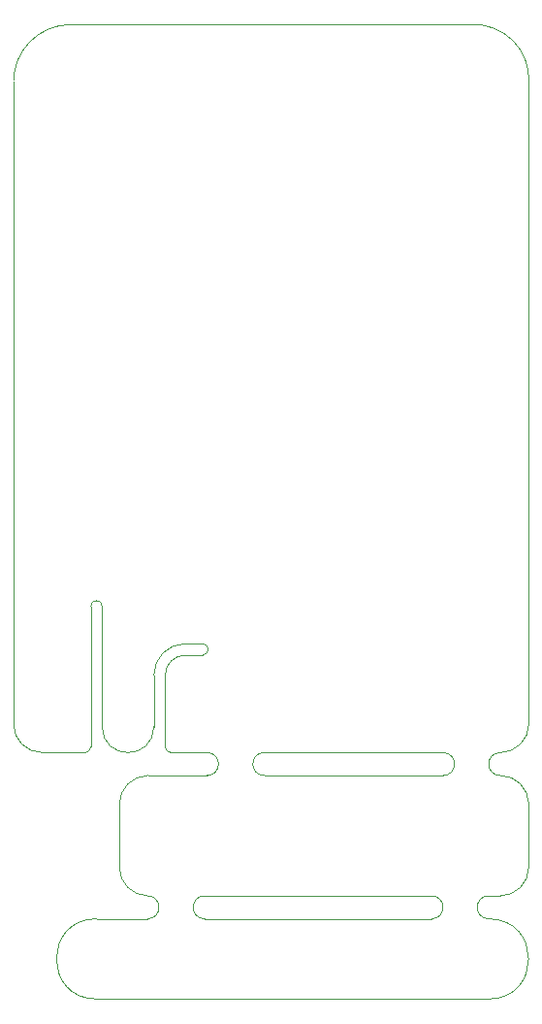
<source format=gbr>
%TF.GenerationSoftware,KiCad,Pcbnew,(6.0.2)*%
%TF.CreationDate,2022-08-02T15:31:12+02:00*%
%TF.ProjectId,hv_discharge_v2c,68765f64-6973-4636-9861-7267655f7632,rev?*%
%TF.SameCoordinates,Original*%
%TF.FileFunction,Profile,NP*%
%FSLAX46Y46*%
G04 Gerber Fmt 4.6, Leading zero omitted, Abs format (unit mm)*
G04 Created by KiCad (PCBNEW (6.0.2)) date 2022-08-02 15:31:12*
%MOMM*%
%LPD*%
G01*
G04 APERTURE LIST*
%TA.AperFunction,Profile*%
%ADD10C,0.100000*%
%TD*%
%TA.AperFunction,Profile*%
%ADD11C,0.050000*%
%TD*%
G04 APERTURE END LIST*
D10*
X145000000Y-105000000D02*
X145000000Y-161000000D01*
X121900000Y-165500000D02*
X137500000Y-165500000D01*
X105000000Y-100000000D02*
G75*
G03*
X100000000Y-105000000I0J-5000000D01*
G01*
X107750000Y-161250000D02*
X107750000Y-150750000D01*
X106250000Y-163500000D02*
G75*
G03*
X106750000Y-163000000I-1J500001D01*
G01*
X100000000Y-161000000D02*
X100000000Y-105000000D01*
X116500000Y-155000000D02*
G75*
G03*
X116500000Y-154000000I0J500000D01*
G01*
X109250000Y-173500000D02*
X109250000Y-168000000D01*
X116900000Y-163500000D02*
X113750000Y-163500000D01*
X115000000Y-155000000D02*
X116500000Y-155000000D01*
X116700000Y-178000000D02*
X136500000Y-178000000D01*
X109250000Y-173500000D02*
G75*
G03*
X111700000Y-176000000I2500510J0D01*
G01*
X116900000Y-165500000D02*
X111750000Y-165500000D01*
X107250000Y-178000000D02*
G75*
G03*
X107250000Y-185000000I0J-3500000D01*
G01*
X136500000Y-176000000D02*
X116700000Y-176000000D01*
X113250000Y-163000000D02*
G75*
G03*
X113750000Y-163500000I500001J1D01*
G01*
X113250000Y-163000000D02*
X113250000Y-158000000D01*
X137500000Y-163500000D02*
X121900000Y-163500000D01*
X111700000Y-178000000D02*
X107250000Y-178000000D01*
X142500000Y-163500000D02*
G75*
G03*
X145000000Y-161000000I0J2500000D01*
G01*
X145000000Y-105000000D02*
G75*
G03*
X140000000Y-100000000I-4766863J233137D01*
G01*
X115000000Y-155000000D02*
G75*
G03*
X113250000Y-156750000I0J-1750000D01*
G01*
X111750000Y-165500000D02*
G75*
G03*
X109250000Y-168000000I0J-2500000D01*
G01*
X142500000Y-176000000D02*
G75*
G03*
X145000000Y-173500000I0J2500000D01*
G01*
X145000000Y-168000000D02*
G75*
G03*
X142500000Y-165500000I-2500000J0D01*
G01*
X112250000Y-161250000D02*
X112250000Y-156750000D01*
X116500000Y-154000000D02*
X115000000Y-154000000D01*
X105000000Y-100000000D02*
X140000000Y-100000000D01*
X145000000Y-168000000D02*
X145000000Y-173500000D01*
X100000000Y-161000000D02*
G75*
G03*
X102500000Y-163500000I2500000J0D01*
G01*
X113250000Y-156750000D02*
X113250000Y-158000000D01*
X106750000Y-150750000D02*
X106750000Y-163000000D01*
X107750000Y-150750000D02*
G75*
G03*
X106750000Y-150750000I-500000J0D01*
G01*
X102500000Y-163500000D02*
X106250000Y-163500000D01*
X107750000Y-161250000D02*
G75*
G03*
X112250000Y-161250000I2250000J0D01*
G01*
X107250000Y-185000000D02*
X141485000Y-185000000D01*
X141485000Y-185000000D02*
G75*
G03*
X141500000Y-178000000I-1J3500016D01*
G01*
X115000000Y-154000000D02*
G75*
G03*
X112250000Y-156750000I-1J-2749999D01*
G01*
X142500000Y-176000000D02*
X141500000Y-176000000D01*
D11*
%TO.C,mouse-bite-2mm-slot*%
X116700000Y-176000000D02*
G75*
G03*
X116700000Y-178000000I0J-1000000D01*
G01*
X111700000Y-178000000D02*
G75*
G03*
X111700000Y-176000000I0J1000000D01*
G01*
X136500000Y-178000000D02*
G75*
G03*
X136500000Y-176000000I0J1000000D01*
G01*
X141500000Y-176000000D02*
G75*
G03*
X141500000Y-178000000I0J-1000000D01*
G01*
X142500000Y-163500000D02*
G75*
G03*
X142500000Y-165500000I0J-1000000D01*
G01*
X137500000Y-165500000D02*
G75*
G03*
X137500000Y-163500000I0J1000000D01*
G01*
X121900000Y-163500000D02*
G75*
G03*
X121900000Y-165500000I0J-1000000D01*
G01*
X116900000Y-165500000D02*
G75*
G03*
X116900000Y-163500000I0J1000000D01*
G01*
%TD*%
M02*

</source>
